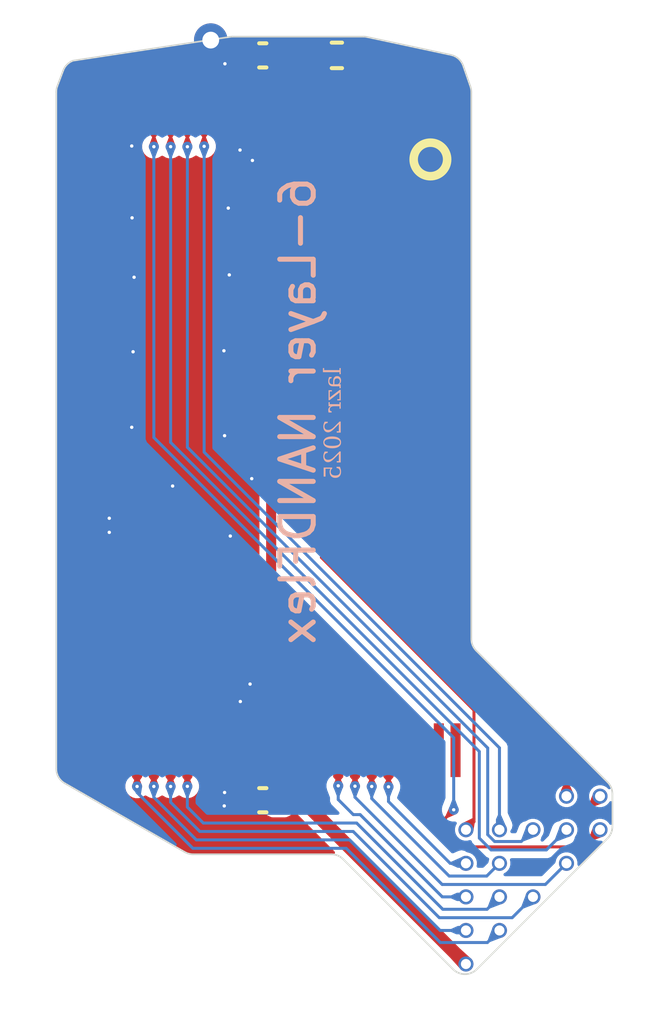
<source format=kicad_pcb>
(kicad_pcb (version 20241229) (generator "pcbnew") (generator_version "9.0")
  (layers (0 "F.Cu" signal) (2 "B.Cu" signal) (13 "F.Paste" user) (15 "B.Paste" user) (5 "F.SilkS" user "F.Silkscreen") (7 "B.SilkS" user "B.Silkscreen") (1 "F.Mask" user) (3 "B.Mask" user) (25 "Edge.Cuts" user))
  (net 0 "")
  (net 1 "GND")
  (net 2 "+3V3")
  (net 5 "Net-(ALE1-Pin_1)")
  (net 6 "Net-(CE1-Pin_1)")
  (net 7 "Net-(CLE1-Pin_1)")
  (net 8 "Net-(IO2-Pin_1)")
  (net 9 "Net-(IO3-Pin_1)")
  (net 10 "Net-(IO4-Pin_1)")
  (net 11 "Net-(IO5-Pin_1)")
  (net 12 "Net-(IO6-Pin_1)")
  (net 13 "Net-(IO7-Pin_1)")
  (net 14 "Net-(RB1-Pin_1)")
  (net 15 "Net-(RE1-Pin_1)")
  (net 16 "Net-(U1-~{WP})")
  (net 17 "Net-(U1-~{WE})")
  (net 18 "Net-(IO0-Pin_1)")
  (net 19 "Net-(IO1-Pin_1)")
  (footprint "project-comp:wii-single-via-0.45mm" (layer "F.Cu") (at 114.58 74.97)
    (property "Reference" "WE1" (hide yes))
    (property "Value" "Conn_01x01" (hide yes))
    (pad "1" thru_hole circle (at 0 0 270) (size 0.45 0.45) (drill 0.3) (layers "*.Cu" "*.Mask") (net 17 "Net-(U1-~{WE})"))
  )
  (footprint "project-comp:wii-single-via-0.45mm" (layer "F.Cu") (at 111.58 74.97)
    (property "Reference" "CE1" (hide yes))
    (property "Value" "Conn_01x01" (hide yes))
    (pad "1" thru_hole circle (at 0 0 270) (size 0.45 0.45) (drill 0.3) (layers "*.Cu" "*.Mask") (net 6 "Net-(CE1-Pin_1)"))
  )
  (footprint "project-comp:wii-single-via-0.45mm" (layer "F.Cu") (at 112.58 74.97)
    (property "Reference" "CLE1" (hide yes))
    (property "Value" "Conn_01x01" (hide yes))
    (pad "1" thru_hole circle (at 0 0 270) (size 0.45 0.45) (drill 0.3) (layers "*.Cu" "*.Mask") (net 7 "Net-(CLE1-Pin_1)"))
  )
  (footprint "project-comp:wii-single-via-0.45mm" (layer "F.Cu") (at 111.58 75.97)
    (property "Reference" "IO7" (hide yes))
    (property "Value" "Conn_01x01" (hide yes))
    (pad "1" thru_hole circle (at 0 0 270) (size 0.45 0.45) (drill 0.3) (layers "*.Cu" "*.Mask") (net 13 "Net-(IO7-Pin_1)"))
  )
  (footprint "project-comp:wii-single-via-0.45mm" (layer "F.Cu") (at 114.58 73.97)
    (property "Reference" "RB1" (hide yes))
    (property "Value" "Conn_01x01" (hide yes))
    (pad "1" thru_hole circle (at 0 0 270) (size 0.45 0.45) (drill 0.3) (layers "*.Cu" "*.Mask") (net 14 "Net-(RB1-Pin_1)"))
  )
  (footprint "Resistor_SMD:R_0402_1005Metric" (layer "F.Cu") (at 107.73 51.9)
    (property "Reference" "R1" (hide yes))
    (property "Value" "1K" (hide yes))
    (fp_line (start -0.153641 -0.38) (end 0.153641 -0.38) (stroke (width 0.12)) (layer "F.SilkS"))
    (fp_line (start -0.153641 0.38) (end 0.153641 0.38) (stroke (width 0.12)) (layer "F.SilkS"))
    (pad "1" smd roundrect (at -0.51 0) (size 0.54 0.64) (layers "F.Cu" "F.Mask" "F.Paste") (net 2 "+3V3"))
    (pad "2" smd roundrect (at 0.51 0) (size 0.54 0.64) (layers "F.Cu" "F.Mask" "F.Paste") (net 14 "Net-(RB1-Pin_1)"))
  )
  (footprint "project-comp:wii-single-via-0.45mm" (layer "F.Cu") (at 115.58 74.97)
    (property "Reference" "WP1" (hide yes))
    (property "Value" "Conn_01x01" (hide yes))
    (pad "1" thru_hole circle (at 0 0 270) (size 0.45 0.45) (drill 0.3) (layers "*.Cu" "*.Mask") (net 16 "Net-(U1-~{WP})"))
  )
  (footprint "project-comp:wii-single-via-0.45mm" (layer "F.Cu") (at 112.58 76.97)
    (property "Reference" "IO3" (hide yes))
    (property "Value" "Conn_01x01" (hide yes))
    (pad "1" thru_hole circle (at 0 0 270) (size 0.45 0.45) (drill 0.3) (layers "*.Cu" "*.Mask") (net 9 "Net-(IO3-Pin_1)"))
  )
  (footprint "Capacitor_SMD:C_0402_1005Metric" (layer "F.Cu") (at 105.52 74.09)
    (property "Reference" "C1" (hide yes))
    (property "Value" "0.1uf" (hide yes))
    (fp_line (start -0.107836 -0.36) (end 0.107836 -0.36) (stroke (width 0.12)) (layer "F.SilkS"))
    (fp_line (start -0.107836 0.36) (end 0.107836 0.36) (stroke (width 0.12)) (layer "F.SilkS"))
    (pad "1" smd roundrect (at -0.48 0) (size 0.56 0.62) (layers "F.Cu" "F.Mask" "F.Paste") (net 1 "GND"))
    (pad "2" smd roundrect (at 0.48 0) (size 0.56 0.62) (layers "F.Cu" "F.Mask" "F.Paste") (net 2 "+3V3"))
  )
  (footprint "project-comp:wii-single-via-0.45mm" (layer "F.Cu") (at 115.58 73.97)
    (property "Reference" "RE1" (hide yes))
    (property "Value" "Conn_01x01" (hide yes))
    (pad "1" thru_hole circle (at 0 0 270) (size 0.45 0.45) (drill 0.3) (layers "*.Cu" "*.Mask") (net 15 "Net-(RE1-Pin_1)"))
  )
  (footprint "project-comp:wii-single-via-0.45mm" (layer "F.Cu") (at 111.58 78.97)
    (property "Reference" "J1" (hide yes))
    (property "Value" "Conn_01x01" (hide yes))
    (pad "1" thru_hole circle (at 0 0 270) (size 0.45 0.45) (drill 0.3) (layers "*.Cu" "*.Mask") (net 2 "+3V3"))
  )
  (footprint "project-comp:wii-single-via-0.45mm" (layer "F.Cu") (at 111.58 76.97)
    (property "Reference" "IO4" (hide yes))
    (property "Value" "Conn_01x01" (hide yes))
    (pad "1" thru_hole circle (at 0 0 270) (size 0.45 0.45) (drill 0.3) (layers "*.Cu" "*.Mask") (net 10 "Net-(IO4-Pin_1)"))
  )
  (footprint "project-comp:wii-single-via-0.45mm" (layer "F.Cu") (at 112.58 75.97)
    (property "Reference" "IO6" (hide yes))
    (property "Value" "Conn_01x01" (hide yes))
    (pad "1" thru_hole circle (at 0 0 270) (size 0.45 0.45) (drill 0.3) (layers "*.Cu" "*.Mask") (net 12 "Net-(IO6-Pin_1)"))
  )
  (footprint "project-comp:wii-single-via-0.45mm" (layer "F.Cu") (at 114.58 75.97)
    (property "Reference" "IO5" (hide yes))
    (property "Value" "Conn_01x01" (hide yes))
    (pad "1" thru_hole circle (at 0 0 270) (size 0.45 0.45) (drill 0.3) (layers "*.Cu" "*.Mask") (net 11 "Net-(IO5-Pin_1)"))
  )
  (footprint "project-comp:wii-single-via-0.45mm" (layer "F.Cu") (at 112.58 77.97)
    (property "Reference" "IO0" (hide yes))
    (property "Value" "Conn_01x01" (hide yes))
    (pad "1" thru_hole circle (at 0 0 270) (size 0.45 0.45) (drill 0.3) (layers "*.Cu" "*.Mask") (net 18 "Net-(IO0-Pin_1)"))
  )
  (footprint "project-comp:TSOP-48" (layer "F.Cu") (at 105.55 63.73 -90)
    (property "Reference" "U1" (hide yes))
    (property "Value" "K9F4G08U0B" (hide yes))
    (fp_circle (center -8.73 -4.97) (end -8.23 -4.97) (stroke (width 0.254)) (fill no) (layer "F.SilkS"))
    (pad "1" smd rect (at -10.33 -5.72 270) (size 1.6 0.3) (layers "F.Cu" "F.Mask" "F.Paste"))
    (pad "2" smd rect (at -10.33 -5.22 270) (size 1.6 0.3) (layers "F.Cu" "F.Mask" "F.Paste"))
    (pad "3" smd rect (at -10.33 -4.72 270) (size 1.6 0.3) (layers "F.Cu" "F.Mask" "F.Paste"))
    (pad "4" smd rect (at -10.33 -4.22 270) (size 1.6 0.3) (layers "F.Cu" "F.Mask" "F.Paste"))
    (pad "5" smd rect (at -10.33 -3.72 270) (size 1.6 0.3) (layers "F.Cu" "F.Mask" "F.Paste"))
    (pad "6" smd rect (at -10.33 -3.22 270) (size 1.6 0.3) (layers "F.Cu" "F.Mask" "F.Paste"))
    (pad "7" smd rect (at -10.33 -2.72 270) (size 1.6 0.3) (layers "F.Cu" "F.Mask" "F.Paste") (net 14 "Net-(RB1-Pin_1)"))
    (pad "8" smd rect (at -10.33 -2.22 270) (size 1.6 0.3) (layers "F.Cu" "F.Mask" "F.Paste") (net 15 "Net-(RE1-Pin_1)"))
    (pad "9" smd rect (at -10.33 -1.72 270) (size 1.6 0.3) (layers "F.Cu" "F.Mask" "F.Paste") (net 6 "Net-(CE1-Pin_1)"))
    (pad "10" smd rect (at -10.33 -1.22 270) (size 1.6 0.3) (layers "F.Cu" "F.Mask" "F.Paste"))
    (pad "11" smd rect (at -10.33 -0.72 270) (size 1.6 0.3) (layers "F.Cu" "F.Mask" "F.Paste"))
    (pad "12" smd rect (at -10.33 -0.22 270) (size 1.6 0.3) (layers "F.Cu" "F.Mask" "F.Paste") (net 2 "+3V3"))
    (pad "13" smd rect (at -10.33 0.28 270) (size 1.6 0.3) (layers "F.Cu" "F.Mask" "F.Paste") (net 1 "GND"))
    (pad "14" smd rect (at -10.33 0.78 270) (size 1.6 0.3) (layers "F.Cu" "F.Mask" "F.Paste"))
    (pad "15" smd rect (at -10.33 1.28 270) (size 1.6 0.3) (layers "F.Cu" "F.Mask" "F.Paste"))
    (pad "16" smd rect (at -10.33 1.78 270) (size 1.6 0.3) (layers "F.Cu" "F.Mask" "F.Paste") (net 7 "Net-(CLE1-Pin_1)"))
    (pad "17" smd rect (at -10.33 2.28 270) (size 1.6 0.3) (layers "F.Cu" "F.Mask" "F.Paste") (net 5 "Net-(ALE1-Pin_1)"))
    (pad "18" smd rect (at -10.33 2.78 270) (size 1.6 0.3) (layers "F.Cu" "F.Mask" "F.Paste") (net 17 "Net-(U1-~{WE})"))
    (pad "19" smd rect (at -10.33 3.28 270) (size 1.6 0.3) (layers "F.Cu" "F.Mask" "F.Paste") (net 16 "Net-(U1-~{WP})"))
    (pad "20" smd rect (at -10.33 3.78 270) (size 1.6 0.3) (layers "F.Cu" "F.Mask" "F.Paste"))
    (pad "21" smd rect (at -10.33 4.28 270) (size 1.6 0.3) (layers "F.Cu" "F.Mask" "F.Paste"))
    (pad "22" smd rect (at -10.33 4.78 270) (size 1.6 0.3) (layers "F.Cu" "F.Mask" "F.Paste"))
    (pad "23" smd rect (at -10.33 5.28 270) (size 1.6 0.3) (layers "F.Cu" "F.Mask" "F.Paste"))
    (pad "24" smd rect (at -10.33 5.78 270) (size 1.6 0.3) (layers "F.Cu" "F.Mask" "F.Paste"))
    (pad "25" smd rect (at 8.87 5.78 270) (size 1.6 0.3) (layers "F.Cu" "F.Mask" "F.Paste"))
    (pad "26" smd rect (at 8.87 5.28 270) (size 1.6 0.3) (layers "F.Cu" "F.Mask" "F.Paste"))
    (pad "27" smd rect (at 8.87 4.78 270) (size 1.6 0.3) (layers "F.Cu" "F.Mask" "F.Paste"))
    (pad "28" smd rect (at 8.87 4.28 270) (size 1.6 0.3) (layers "F.Cu" "F.Mask" "F.Paste"))
    (pad "29" smd rect (at 8.87 3.78 270) (size 1.6 0.3) (layers "F.Cu" "F.Mask" "F.Paste") (net 18 "Net-(IO0-Pin_1)"))
    (pad "30" smd rect (at 8.87 3.28 270) (size 1.6 0.3) (layers "F.Cu" "F.Mask" "F.Paste") (net 19 "Net-(IO1-Pin_1)"))
    (pad "31" smd rect (at 8.87 2.78 270) (size 1.6 0.3) (layers "F.Cu" "F.Mask" "F.Paste") (net 8 "Net-(IO2-Pin_1)"))
    (pad "32" smd rect (at 8.87 2.28 270) (size 1.6 0.3) (layers "F.Cu" "F.Mask" "F.Paste") (net 9 "Net-(IO3-Pin_1)"))
    (pad "33" smd rect (at 8.87 1.78 270) (size 1.6 0.3) (layers "F.Cu" "F.Mask" "F.Paste"))
    (pad "34" smd rect (at 8.87 1.28 270) (size 1.6 0.3) (layers "F.Cu" "F.Mask" "F.Paste"))
    (pad "35" smd rect (at 8.87 0.78 270) (size 1.6 0.3) (layers "F.Cu" "F.Mask" "F.Paste"))
    (pad "36" smd rect (at 8.87 0.28 270) (size 1.6 0.3) (layers "F.Cu" "F.Mask" "F.Paste") (net 1 "GND"))
    (pad "37" smd rect (at 8.87 -0.22 270) (size 1.6 0.3) (layers "F.Cu" "F.Mask" "F.Paste") (net 2 "+3V3"))
    (pad "38" smd rect (at 8.87 -0.72 270) (size 1.6 0.3) (layers "F.Cu" "F.Mask" "F.Paste"))
    (pad "39" smd rect (at 8.87 -1.22 270) (size 1.6 0.3) (layers "F.Cu" "F.Mask" "F.Paste"))
    (pad "40" smd rect (at 8.87 -1.72 270) (size 1.6 0.3) (layers "F.Cu" "F.Mask" "F.Paste"))
    (pad "41" smd rect (at 8.87 -2.22 270) (size 1.6 0.3) (layers "F.Cu" "F.Mask" "F.Paste") (net 10 "Net-(IO4-Pin_1)"))
    (pad "42" smd rect (at 8.87 -2.72 270) (size 1.6 0.3) (layers "F.Cu" "F.Mask" "F.Paste") (net 11 "Net-(IO5-Pin_1)"))
    (pad "43" smd rect (at 8.87 -3.22 270) (size 1.6 0.3) (layers "F.Cu" "F.Mask" "F.Paste") (net 12 "Net-(IO6-Pin_1)"))
    (pad "44" smd rect (at 8.87 -3.72 270) (size 1.6 0.3) (layers "F.Cu" "F.Mask" "F.Paste") (net 13 "Net-(IO7-Pin_1)"))
    (pad "45" smd rect (at 8.87 -4.22 270) (size 1.6 0.3) (layers "F.Cu" "F.Mask" "F.Paste"))
    (pad "46" smd rect (at 8.87 -4.72 270) (size 1.6 0.3) (layers "F.Cu" "F.Mask" "F.Paste"))
    (pad "47" smd rect (at 8.87 -5.22 270) (size 1.6 0.3) (layers "F.Cu" "F.Mask" "F.Paste"))
    (pad "48" smd rect (at 8.87 -5.72 270) (size 1.6 0.3) (layers "F.Cu" "F.Mask" "F.Paste"))
  )
  (footprint "project-comp:wii-single-via-0.45mm" (layer "F.Cu") (at 113.58 74.97)
    (property "Reference" "ALE1" (hide yes))
    (property "Value" "Conn_01x01" (hide yes))
    (pad "1" thru_hole circle (at 0 0 270) (size 0.45 0.45) (drill 0.3) (layers "*.Cu" "*.Mask") (net 5 "Net-(ALE1-Pin_1)"))
  )
  (footprint "project-comp:wii-single-via-0.45mm" (layer "F.Cu") (at 111.58 77.97)
    (property "Reference" "IO1" (hide yes))
    (property "Value" "Conn_01x01" (hide yes))
    (pad "1" thru_hole circle (at 0 0 270) (size 0.45 0.45) (drill 0.3) (layers "*.Cu" "*.Mask") (net 19 "Net-(IO1-Pin_1)"))
  )
  (footprint "Capacitor_SMD:C_0402_1005Metric" (layer "F.Cu") (at 105.52 51.9)
    (property "Reference" "C2" (hide yes))
    (property "Value" "0.1uf" (hide yes))
    (fp_line (start -0.107836 -0.36) (end 0.107836 -0.36) (stroke (width 0.12)) (layer "F.SilkS"))
    (fp_line (start -0.107836 0.36) (end 0.107836 0.36) (stroke (width 0.12)) (layer "F.SilkS"))
    (pad "1" smd roundrect (at -0.48 0) (size 0.56 0.62) (layers "F.Cu" "F.Mask" "F.Paste") (net 1 "GND"))
    (pad "2" smd roundrect (at 0.48 0) (size 0.56 0.62) (layers "F.Cu" "F.Mask" "F.Paste") (net 2 "+3V3"))
  )
  (footprint "project-comp:wii-single-via-0.45mm" (layer "F.Cu") (at 113.58 76.97)
    (property "Reference" "IO2" (hide yes))
    (property "Value" "Conn_01x01" (hide yes))
    (pad "1" thru_hole circle (at 0 0 270) (size 0.45 0.45) (drill 0.3) (layers "*.Cu" "*.Mask") (net 8 "Net-(IO2-Pin_1)"))
  )
  (gr_arc (start 107.562893 75.7) (mid 107.754237 75.738058) (end 107.916447 75.846447) (stroke (width 0.05)) (layer "Edge.Cuts"))
  (gr_arc (start 99.567131 52.350569) (mid 99.68315 52.171837) (end 99.863055 52.057644) (stroke (width 0.05)) (layer "Edge.Cuts"))
  (gr_line (start 104.542735 51.348075) (end 99.863077 52.057644) (stroke (width 0.05)) (layer "Edge.Cuts"))
  (gr_arc (start 115.803553 73.553553) (mid 115.91194 73.715765) (end 115.95 73.907107) (stroke (width 0.05)) (layer "Edge.Cuts"))
  (gr_arc (start 115.95 74.872893) (mid 115.911942 75.064237) (end 115.803553 75.226447) (stroke (width 0.05)) (layer "Edge.Cuts"))
  (gr_arc (start 111.712248 52.828323) (mid 111.733014 52.909291) (end 111.74 52.992586) (stroke (width 0.05)) (layer "Edge.Cuts"))
  (gr_line (start 111.497519 52.210988) (end 111.712248 52.828323) (stroke (width 0.05)) (layer "Edge.Cuts"))
  (gr_line (start 99.611694 73.584007) (end 103.194622 75.633986) (stroke (width 0.05)) (layer "Edge.Cuts"))
  (gr_arc (start 111.903553 79.126447) (mid 111.55 79.272893) (end 111.196447 79.126447) (stroke (width 0.05)) (layer "Edge.Cuts"))
  (gr_line (start 99.392233 52.813781) (end 99.567131 52.350569) (stroke (width 0.05)) (layer "Edge.Cuts"))
  (gr_arc (start 104.542735 51.348075) (mid 104.580107 51.343839) (end 104.617692 51.342424) (stroke (width 0.05)) (layer "Edge.Cuts"))
  (gr_arc (start 108.527268 51.342424) (mid 108.57971 51.345179) (end 108.631572 51.353424) (stroke (width 0.05)) (layer "Edge.Cuts"))
  (gr_arc (start 111.129576 51.886252) (mid 111.356128 52.000371) (end 111.497519 52.210988) (stroke (width 0.05)) (layer "Edge.Cuts"))
  (gr_line (start 103.442928 75.7) (end 107.562893 75.7) (stroke (width 0.05)) (layer "Edge.Cuts"))
  (gr_line (start 107.916447 75.846447) (end 111.196447 79.126447) (stroke (width 0.05)) (layer "Edge.Cuts"))
  (gr_arc (start 99.611694 73.584007) (mid 99.427469 73.400868) (end 99.36 73.150021) (stroke (width 0.05)) (layer "Edge.Cuts"))
  (gr_line (start 115.803553 73.553553) (end 111.886446 69.636446) (stroke (width 0.05)) (layer "Edge.Cuts"))
  (gr_line (start 111.74 69.282893) (end 111.74 52.992586) (stroke (width 0.05)) (layer "Edge.Cuts"))
  (gr_line (start 115.95 74.872893) (end 115.95 73.907107) (stroke (width 0.05)) (layer "Edge.Cuts"))
  (gr_line (start 108.631572 51.353424) (end 111.129576 51.886252) (stroke (width 0.05)) (layer "Edge.Cuts"))
  (gr_arc (start 103.442928 75.7) (mid 103.31446 75.683222) (end 103.194622 75.633986) (stroke (width 0.05)) (layer "Edge.Cuts"))
  (gr_line (start 115.803553 75.226447) (end 111.903553 79.126447) (stroke (width 0.05)) (layer "Edge.Cuts"))
  (gr_line (start 108.527268 51.342424) (end 104.617692 51.342424) (stroke (width 0.05)) (layer "Edge.Cuts"))
  (gr_arc (start 99.36 52.990399) (mid 99.368124 52.900631) (end 99.392233 52.813781) (stroke (width 0.05)) (layer "Edge.Cuts"))
  (gr_line (start 99.36 52.990399) (end 99.36 73.150021) (stroke (width 0.05)) (layer "Edge.Cuts"))
  (gr_arc (start 111.886446 69.636446) (mid 111.778062 69.474234) (end 111.74 69.282893) (stroke (width 0.05)) (layer "Edge.Cuts"))
  (gr_text "lazr 2025" (at 107.93 61.195 90) (layer "B.SilkS") (effects (font (size 0.5 0.5) (thickness 0.0375)) (justify left bottom mirror)))
  (gr_text "6-Layer NANDFlex" (at 107.155 55.445 90) (layer "B.SilkS") (effects (font (size 1 1)) (justify left bottom mirror)))
  (segment (start 105.27 73.86) (end 105.04 74.09) (width 0.3) (layer "F.Cu") (net 1))
  (segment (start 105.27 53.4) (end 105.27 52.13) (width 0.3) (layer "F.Cu") (net 1))
  (segment (start 105.27 52.13) (end 105.04 51.9) (width 0.3) (layer "F.Cu") (net 1))
  (segment (start 105.27 72.6) (end 105.27 73.86) (width 0.3) (layer "F.Cu") (net 1))
  (via (at 104.52 58.44) (size 0.3) (drill 0.1) (layers "F.Cu" "B.Cu") (net 1))
  (via (at 104.84 54.72) (size 0.3) (drill 0.1) (layers "F.Cu" "B.Cu") (net 1))
  (via (at 104.36 60.7) (size 0.3) (drill 0.1) (layers "F.Cu" "B.Cu") (net 1))
  (via (at 105.19 64.51) (size 0.3) (drill 0.1) (layers "F.Cu" "B.Cu") (net 1))
  (via (at 101.61 62.98) (size 0.3) (drill 0.1) (layers "F.Cu" "B.Cu") (net 1))
  (via (at 105.21 55.03) (size 0.3) (drill 0.1) (layers "F.Cu" "B.Cu") (net 1))
  (via (at 104.49 56.45) (size 0.3) (drill 0.1) (layers "F.Cu" "B.Cu") (net 1))
  (via (at 104.38 73.86) (size 0.3) (drill 0.1) (layers "F.Cu" "B.Cu") (net 1))
  (via (at 100.94 66.11) (size 0.3) (drill 0.1) (layers "F.Cu" "B.Cu") (net 1))
  (via (at 104.37 74.26) (size 0.3) (drill 0.1) (layers "F.Cu" "B.Cu") (net 1))
  (via (at 100.94 65.69) (size 0.3) (drill 0.1) (layers "F.Cu" "B.Cu") (net 1))
  (via (at 101.61 54.6) (size 0.3) (drill 0.1) (layers "F.Cu" "B.Cu") (net 1))
  (via (at 101.68 58.51) (size 0.3) (drill 0.1) (layers "F.Cu" "B.Cu") (net 1))
  (via (at 103.967005 51.445) (size 1) (drill 0.5) (layers "F.Cu" "B.Cu") (net 1))
  (via (at 105.14 70.63) (size 0.3) (drill 0.1) (layers "F.Cu" "B.Cu") (net 1))
  (via (at 104.85 71.15) (size 0.3) (drill 0.1) (layers "F.Cu" "B.Cu") (net 1))
  (via (at 101.62 56.74) (size 0.3) (drill 0.1) (layers "F.Cu" "B.Cu") (net 1))
  (via (at 104.38 63.23) (size 0.3) (drill 0.1) (layers "F.Cu" "B.Cu") (net 1))
  (via (at 102.83 64.73) (size 0.3) (drill 0.1) (layers "F.Cu" "B.Cu") (net 1))
  (via (at 104.39 52.15) (size 0.3) (drill 0.1) (layers "F.Cu" "B.Cu") (net 1))
  (via (at 104.55 66.22) (size 0.3) (drill 0.1) (layers "F.Cu" "B.Cu") (net 1))
  (via (at 101.65 60.73) (size 0.3) (drill 0.1) (layers "F.Cu" "B.Cu") (net 1))
  (segment (start 105.77 52.13) (end 106 51.9) (width 0.3) (layer "F.Cu") (net 2))
  (segment (start 105.77 72.6) (end 105.77 53.4) (width 0.3) (layer "F.Cu") (net 2))
  (segment (start 111.58 78.97) (end 106.7 74.09) (width 0.4) (layer "F.Cu") (net 2))
  (segment (start 106 51.9) (end 107.22 51.9) (width 0.3) (layer "F.Cu") (net 2))
  (segment (start 106.7 74.09) (end 106 74.09) (width 0.4) (layer "F.Cu") (net 2))
  (segment (start 105.77 72.6) (end 105.77 73.86) (width 0.3) (layer "F.Cu") (net 2))
  (segment (start 105.77 53.4) (end 105.77 52.13) (width 0.3) (layer "F.Cu") (net 2))
  (segment (start 105.77 73.86) (end 106 74.09) (width 0.3) (layer "F.Cu") (net 2))
  (segment (start 103.270126 54.621361) (end 103.27 54.621235) (width 0.05) (layer "F.Cu") (net 5))
  (segment (start 103.27 54.621235) (end 103.27 53.4) (width 0.0889) (layer "F.Cu") (net 5))
  (via micro (at 103.270126 54.621361) (size 0.3) (drill 0.1) (layers "F.Cu" "B.Cu") (net 5))
  (segment (start 113.58 74.97) (end 113.23 75.32) (width 0.0889) (layer "B.Cu") (net 5))
  (segment (start 103.270126 63.575094) (end 103.270126 54.621361) (width 0.0889) (layer "B.Cu") (net 5))
  (segment (start 112.23 75.115) (end 112.23 72.534968) (width 0.0889) (layer "B.Cu") (net 5))
  (segment (start 112.23 72.534968) (end 103.270126 63.575094) (width 0.0889) (layer "B.Cu") (net 5))
  (segment (start 113.23 75.32) (end 112.435 75.32) (width 0.0889) (layer "B.Cu") (net 5))
  (segment (start 112.435 75.32) (end 112.23 75.115) (width 0.0889) (layer "B.Cu") (net 5))
  (segment (start 111.82 74.73) (end 111.58 74.97) (width 0.0889) (layer "F.Cu") (net 6))
  (segment (start 111.82 71.409936) (end 111.82 74.73) (width 0.0889) (layer "F.Cu") (net 6))
  (segment (start 107.27 53.4) (end 107.27 66.859936) (width 0.0889) (layer "F.Cu") (net 6))
  (segment (start 107.27 66.859936) (end 111.82 71.409936) (width 0.0889) (layer "F.Cu") (net 6))
  (segment (start 103.77 54.61) (end 103.77 53.4) (width 0.0889) (layer "F.Cu") (net 7))
  (via micro (at 103.77 54.61) (size 0.3) (drill 0.1) (layers "F.Cu" "B.Cu") (net 7))
  (segment (start 112.58 72.53) (end 103.77 63.72) (width 0.0889) (layer "B.Cu") (net 7))
  (segment (start 112.58 74.97) (end 112.58 72.53) (width 0.0889) (layer "B.Cu") (net 7))
  (segment (start 103.77 63.72) (end 103.77 54.61) (width 0.0889) (layer "B.Cu") (net 7))
  (segment (start 102.76931 73.650684) (end 102.77 73.649994) (width 0.05) (layer "F.Cu") (net 8))
  (segment (start 102.76931 73.680299) (end 102.76931 73.650684) (width 0.05) (layer "F.Cu") (net 8))
  (segment (start 102.77 73.649994) (end 102.77 72.6) (width 0.0889) (layer "F.Cu") (net 8))
  (via micro (at 102.76931 73.680299) (size 0.3) (drill 0.1) (layers "F.Cu" "B.Cu") (net 8))
  (segment (start 102.76931 73.680299) (end 102.770006 73.680995) (width 0.05) (layer "B.Cu") (net 8))
  (segment (start 102.770006 74.15007) (end 103.640936 75.021) (width 0.0889) (layer "B.Cu") (net 8))
  (segment (start 108.216032 75.021) (end 110.785032 77.59) (width 0.0889) (layer "B.Cu") (net 8))
  (segment (start 110.785032 77.59) (end 112.96 77.59) (width 0.0889) (layer "B.Cu") (net 8))
  (segment (start 103.640936 75.021) (end 108.216032 75.021) (width 0.0889) (layer "B.Cu") (net 8))
  (segment (start 112.96 77.59) (end 113.58 76.97) (width 0.0889) (layer "B.Cu") (net 8))
  (segment (start 102.770006 73.680995) (end 102.770006 74.15007) (width 0.0889) (layer "B.Cu") (net 8))
  (segment (start 103.269299 73.579299) (end 103.27 73.578598) (width 0.05) (layer "F.Cu") (net 9))
  (segment (start 103.27 73.578598) (end 103.27 72.6) (width 0.0889) (layer "F.Cu") (net 9))
  (segment (start 103.269299 73.676629) (end 103.269299 73.579299) (width 0.05) (layer "F.Cu") (net 9))
  (via micro (at 103.269299 73.676629) (size 0.3) (drill 0.1) (layers "F.Cu" "B.Cu") (net 9))
  (segment (start 112.211 77.339) (end 110.889 77.339) (width 0.0889) (layer "B.Cu") (net 9))
  (segment (start 112.58 76.97) (end 112.211 77.339) (width 0.0889) (layer "B.Cu") (net 9))
  (segment (start 108.32 74.77) (end 103.744904 74.77) (width 0.0889) (layer "B.Cu") (net 9))
  (segment (start 110.889 77.339) (end 108.32 74.77) (width 0.0889) (layer "B.Cu") (net 9))
  (segment (start 103.269299 74.294395) (end 103.269299 73.676629) (width 0.0889) (layer "B.Cu") (net 9))
  (segment (start 103.744904 74.77) (end 103.269299 74.294395) (width 0.0889) (layer "B.Cu") (net 9))
  (segment (start 107.77 73.66) (end 107.77 72.6) (width 0.05) (layer "F.Cu") (net 10))
  (via micro (at 107.77 73.66) (size 0.3) (drill 0.1) (layers "F.Cu" "B.Cu") (net 10))
  (segment (start 110.874968 76.97) (end 111.58 76.97) (width 0.0889) (layer "B.Cu") (net 10))
  (segment (start 107.77 73.66) (end 107.77 74.07) (width 0.0889) (layer "B.Cu") (net 10))
  (segment (start 108.219 74.519) (end 108.423968 74.519) (width 0.0889) (layer "B.Cu") (net 10))
  (segment (start 108.423968 74.519) (end 110.874968 76.97) (width 0.0889) (layer "B.Cu") (net 10))
  (segment (start 107.77 74.07) (end 108.219 74.519) (width 0.0889) (layer "B.Cu") (net 10))
  (segment (start 108.27 73.672046) (end 108.27 72.6) (width 0.05) (layer "F.Cu") (net 11))
  (segment (start 108.269854 73.672192) (end 108.27 73.672046) (width 0.05) (layer "F.Cu") (net 11))
  (via micro (at 108.269854 73.672192) (size 0.3) (drill 0.1) (layers "F.Cu" "B.Cu") (net 11))
  (segment (start 113.95 76.6) (end 110.87 76.6) (width 0.0889) (layer "B.Cu") (net 11))
  (segment (start 108.27 73.672338) (end 108.269854 73.672192) (width 0.05) (layer "B.Cu") (net 11))
  (segment (start 114.58 75.97) (end 113.95 76.6) (width 0.0889) (layer "B.Cu") (net 11))
  (segment (start 110.87 76.6) (end 108.27 74) (width 0.0889) (layer "B.Cu") (net 11))
  (segment (start 108.27 74) (end 108.27 73.672338) (width 0.0889) (layer "B.Cu") (net 11))
  (segment (start 108.77 73.680112) (end 108.77 72.6) (width 0.05) (layer "F.Cu") (net 12))
  (segment (start 108.76979 73.680322) (end 108.77 73.680112) (width 0.05) (layer "F.Cu") (net 12))
  (via micro (at 108.76979 73.680322) (size 0.3) (drill 0.1) (layers "F.Cu" "B.Cu") (net 12))
  (segment (start 112.201 76.349) (end 111.079 76.349) (width 0.0889) (layer "B.Cu") (net 12))
  (segment (start 111.079 76.349) (end 108.77 74.04) (width 0.0889) (layer "B.Cu") (net 12))
  (segment (start 108.77 74.04) (end 108.77 73.680532) (width 0.0889) (layer "B.Cu") (net 12))
  (segment (start 112.58 75.97) (end 112.201 76.349) (width 0.0889) (layer "B.Cu") (net 12))
  (segment (start 108.77 73.680532) (end 108.76979 73.680322) (width 0.05) (layer "B.Cu") (net 12))
  (segment (start 109.27 73.690745) (end 109.27 72.6) (width 0.05) (layer "F.Cu") (net 13))
  (segment (start 109.269677 73.691068) (end 109.27 73.690745) (width 0.05) (layer "F.Cu") (net 13))
  (via micro (at 109.269677 73.691068) (size 0.3) (drill 0.1) (layers "F.Cu" "B.Cu") (net 13))
  (segment (start 109.27 74.13002) (end 109.27 73.691391) (width 0.0889) (layer "B.Cu") (net 13))
  (segment (start 109.27 73.691391) (end 109.269677 73.691068) (width 0.05) (layer "B.Cu") (net 13))
  (segment (start 111.10998 75.97) (end 109.27 74.13002) (width 0.0889) (layer "B.Cu") (net 13))
  (segment (start 111.58 75.97) (end 111.10998 75.97) (width 0.0889) (layer "B.Cu") (net 13))
  (segment (start 108.27 51.93) (end 108.24 51.9) (width 0.05) (layer "F.Cu") (net 14))
  (segment (start 108.27 53.4) (end 108.27 51.93) (width 0.0889) (layer "F.Cu") (net 14))
  (segment (start 108.27 53.4) (end 108.27 67.15) (width 0.0889) (layer "F.Cu") (net 14))
  (segment (start 108.27 67.15) (end 114.58 73.46) (width 0.0889) (layer "F.Cu") (net 14))
  (segment (start 114.58 73.46) (end 114.58 73.97) (width 0.0889) (layer "F.Cu") (net 14))
  (segment (start 114.17 73.404968) (end 107.77 67.004968) (width 0.0889) (layer "F.Cu") (net 15))
  (segment (start 114.39 74.42) (end 114.17 74.2) (width 0.0889) (layer "F.Cu") (net 15))
  (segment (start 115.58 73.97) (end 115.13 74.42) (width 0.0889) (layer "F.Cu") (net 15))
  (segment (start 115.13 74.42) (end 114.39 74.42) (width 0.0889) (layer "F.Cu") (net 15))
  (segment (start 107.77 67.004968) (end 107.77 53.4) (width 0.0889) (layer "F.Cu") (net 15))
  (segment (start 114.17 74.2) (end 114.17 73.404968) (width 0.0889) (layer "F.Cu") (net 15))
  (segment (start 111.345 75.48) (end 115.07 75.48) (width 0.0889) (layer "F.Cu") (net 16))
  (segment (start 102.27 54.619754) (end 102.27 53.4) (width 0.0889) (layer "F.Cu") (net 16))
  (segment (start 115.07 75.48) (end 115.58 74.97) (width 0.0889) (layer "F.Cu") (net 16))
  (segment (start 110.97 75.105) (end 111.345 75.48) (width 0.0889) (layer "F.Cu") (net 16))
  (segment (start 110.97 74.62) (end 110.97 75.105) (width 0.0889) (layer "F.Cu") (net 16))
  (segment (start 102.270123 54.619877) (end 102.27 54.619754) (width 0.05) (layer "F.Cu") (net 16))
  (segment (start 111.215 74.375) (end 110.97 74.62) (width 0.0889) (layer "F.Cu") (net 16))
  (segment (start 102.270123 54.620029) (end 102.270123 54.619877) (width 0.05) (layer "F.Cu") (net 16))
  (via micro (at 102.270123 54.620029) (size 0.3) (drill 0.1) (layers "F.Cu" "B.Cu") (net 16))
  (via micro (at 111.215 74.375) (size 0.3) (drill 0.1) (layers "F.Cu" "B.Cu") (net 16))
  (segment (start 102.270123 63.285027) (end 102.270123 54.620029) (width 0.0889) (layer "B.Cu") (net 16))
  (segment (start 111.215 72.229904) (end 102.270123 63.285027) (width 0.0889) (layer "B.Cu") (net 16))
  (segment (start 111.215 74.375) (end 111.215 72.229904) (width 0.0889) (layer "B.Cu") (net 16))
  (segment (start 102.770125 54.619944) (end 102.77 54.619819) (width 0.05) (layer "F.Cu") (net 17))
  (segment (start 102.77 54.619819) (end 102.77 53.4) (width 0.0889) (layer "F.Cu") (net 17))
  (via micro (at 102.770125 54.619944) (size 0.3) (drill 0.1) (layers "F.Cu" "B.Cu") (net 17))
  (segment (start 114.58 74.97) (end 113.979 75.571) (width 0.0889) (layer "B.Cu") (net 17))
  (segment (start 113.979 75.571) (end 112.331032 75.571) (width 0.0889) (layer "B.Cu") (net 17))
  (segment (start 111.979 75.218968) (end 111.979 72.638936) (width 0.0889) (layer "B.Cu") (net 17))
  (segment (start 111.979 72.638936) (end 102.770125 63.430061) (width 0.0889) (layer "B.Cu") (net 17))
  (segment (start 114.58 75.04) (end 114.58 74.97) (width 0.1) (layer "B.Cu") (net 17))
  (segment (start 102.770125 63.430061) (end 102.770125 54.619944) (width 0.0889) (layer "B.Cu") (net 17))
  (segment (start 112.331032 75.571) (end 111.979 75.218968) (width 0.0889) (layer "B.Cu") (net 17))
  (segment (start 101.769306 73.68) (end 101.77 73.679306) (width 0.05) (layer "F.Cu") (net 18))
  (segment (start 101.77 73.679306) (end 101.77 72.6) (width 0.0889) (layer "F.Cu") (net 18))
  (via micro (at 101.769306 73.68) (size 0.3) (drill 0.1) (layers "F.Cu" "B.Cu") (net 18))
  (segment (start 101.769306 73.68) (end 101.77 73.680694) (width 0.05) (layer "B.Cu") (net 18))
  (segment (start 101.77 73.680694) (end 101.77 73.86) (width 0.0889) (layer "B.Cu") (net 18))
  (segment (start 108.008096 75.523) (end 110.815096 78.33) (width 0.0889) (layer "B.Cu") (net 18))
  (segment (start 112.22 78.33) (end 112.58 77.97) (width 0.0889) (layer "B.Cu") (net 18))
  (segment (start 110.815096 78.33) (end 112.22 78.33) (width 0.0889) (layer "B.Cu") (net 18))
  (segment (start 103.433 75.523) (end 108.008096 75.523) (width 0.0889) (layer "B.Cu") (net 18))
  (segment (start 101.77 73.86) (end 103.433 75.523) (width 0.0889) (layer "B.Cu") (net 18))
  (segment (start 102.270003 72.600003) (end 102.27 72.6) (width 0.05) (layer "F.Cu") (net 19))
  (segment (start 102.269308 73.679951) (end 102.270003 73.679256) (width 0.05) (layer "F.Cu") (net 19))
  (segment (start 102.270003 73.679256) (end 102.270003 72.600003) (width 0.0889) (layer "F.Cu") (net 19))
  (via micro (at 102.269308 73.679951) (size 0.3) (drill 0.1) (layers "F.Cu" "B.Cu") (net 19))
  (segment (start 102.27 74.005032) (end 103.536968 75.272) (width 0.0889) (layer "B.Cu") (net 19))
  (segment (start 110.810064 77.97) (end 111.58 77.97) (width 0.0889) (layer "B.Cu") (net 19))
  (segment (start 108.112064 75.272) (end 110.810064 77.97) (width 0.0889) (layer "B.Cu") (net 19))
  (segment (start 102.270003 73.607501) (end 102.27 73.607498) (width 0.05) (layer "B.Cu") (net 19))
  (segment (start 102.27 73.607498) (end 102.27 74.005032) (width 0.0889) (layer "B.Cu") (net 19))
  (segment (start 102.270003 73.679256) (end 102.270003 73.607501) (width 0.05) (layer "B.Cu") (net 19))
  (segment (start 103.536968 75.272) (end 108.112064 75.272) (width 0.0889) (layer "B.Cu") (net 19))
  (segment (start 102.269308 73.679951) (end 102.270003 73.679256) (width 0.05) (layer "B.Cu") (net 19))
  (zone (net 1) (net_name "GND") (layers "F.Cu" "B.Cu") (connect_pads yes (clearance 0.1)) (min_thickness 0.1) (fill yes (thermal_gap 0.5) (thermal_bridge_width 0.5))
    (polygon (pts (xy 97.68 50.25) (xy 112.79 50.48) (xy 117.35 73.88) (xy 111.58 80.76) (xy 97.94 73.45)))
  )
)
</source>
